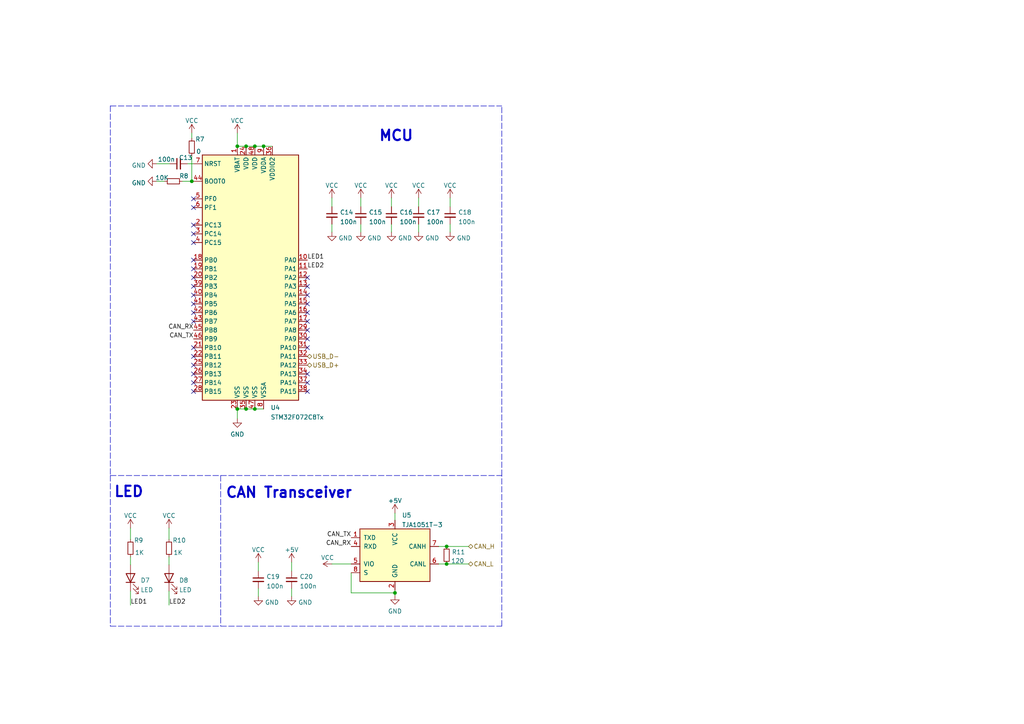
<source format=kicad_sch>
(kicad_sch (version 20211123) (generator eeschema)
  (paper "A4")
  (lib_symbols
    (symbol "Device:C_Small" (pin_numbers hide) (pin_names (offset 0.254) hide)
      (property "Reference" "C" (at 0.254 1.778 0))
      (property "Value" "C_Small" (at 0.254 -2.032 0))
      (symbol "C_Small_0_1"
        (polyline (pts (xy -1.524 -0.508) (xy 1.524 -0.508)) (stroke (width 0.3302)))
        (polyline (pts (xy -1.524 0.508) (xy 1.524 0.508)) (stroke (width 0.3048)))
      )
      (symbol "C_Small_1_1"
        (pin passive line (at 0 2.54 270) (length 2.032) (name "~") (number "1"))
        (pin passive line (at 0 -2.54 90) (length 2.032) (name "~") (number "2"))
      )
    )
    (symbol "Device:LED" (pin_numbers hide) (pin_names (offset 1.016) hide)
      (property "Reference" "D" (at 0 2.54 0))
      (property "Value" "LED" (at 0 -2.54 0))
      (symbol "LED_0_1"
        (polyline (pts (xy -1.27 -1.27) (xy -1.27 1.27)) (stroke (width 0.254)))
        (polyline (pts (xy -1.27 0) (xy 1.27 0)))
        (polyline (pts (xy 1.27 -1.27) (xy 1.27 1.27) (xy -1.27 0) (xy 1.27 -1.27)) (stroke (width 0.254)))
        (polyline (pts (xy -3.048 -0.762) (xy -4.572 -2.286) (xy -3.81 -2.286) (xy -4.572 -2.286) (xy -4.572 -1.524)))
        (polyline (pts (xy -1.778 -0.762) (xy -3.302 -2.286) (xy -2.54 -2.286) (xy -3.302 -2.286) (xy -3.302 -1.524)))
      )
      (symbol "LED_1_1"
        (pin passive line (at -3.81 0 0) (length 2.54) (name "K") (number "1"))
        (pin passive line (at 3.81 0 180) (length 2.54) (name "A") (number "2"))
      )
    )
    (symbol "Device:R_Small" (pin_numbers hide) (pin_names (offset 0.254) hide)
      (property "Reference" "R" (at 0.762 0.508 0))
      (property "Value" "R_Small" (at 0.762 -1.016 0))
      (symbol "R_Small_0_1"
        (rectangle (start -0.762 1.778) (end 0.762 -1.778) (stroke (width 0.2032)))
      )
      (symbol "R_Small_1_1"
        (pin passive line (at 0 2.54 270) (length 0.762) (name "~") (number "1"))
        (pin passive line (at 0 -2.54 90) (length 0.762) (name "~") (number "2"))
      )
    )
    (symbol "Interface_CAN_LIN:TJA1051T-3" (pin_names (offset 1.016))
      (property "Reference" "U" (at -10.16 8.89 0))
      (property "Value" "TJA1051T-3" (at 1.27 8.89 0))
      (symbol "TJA1051T-3_0_1"
        (rectangle (start -10.16 7.62) (end 10.16 -7.62) (stroke (width 0.254)) (fill (type background)))
      )
      (symbol "TJA1051T-3_1_1"
        (pin input line (at -12.7 5.08 0) (length 2.54) (name "TXD") (number "1"))
        (pin power_in line (at 0 -10.16 90) (length 2.54) (name "GND") (number "2"))
        (pin power_in line (at 0 10.16 270) (length 2.54) (name "VCC") (number "3"))
        (pin output line (at -12.7 2.54 0) (length 2.54) (name "RXD") (number "4"))
        (pin power_in line (at -12.7 -2.54 0) (length 2.54) (name "VIO") (number "5"))
        (pin bidirectional line (at 12.7 -2.54 180) (length 2.54) (name "CANL") (number "6"))
        (pin bidirectional line (at 12.7 2.54 180) (length 2.54) (name "CANH") (number "7"))
        (pin input line (at -12.7 -5.08 0) (length 2.54) (name "S") (number "8"))
      )
    )
    (symbol "MCU_ST_STM32F0:STM32F072C8Tx"
      (property "Reference" "U" (at -15.24 36.83 0))
      (property "Value" "STM32F072C8Tx" (at 7.62 36.83 0))
      (symbol "STM32F072C8Tx_0_1"
        (rectangle (start -15.24 -35.56) (end 12.7 35.56) (stroke (width 0.254)) (fill (type background)))
      )
      (symbol "STM32F072C8Tx_1_1"
        (pin power_in line (at -5.08 38.1 270) (length 2.54) (name "VBAT") (number "1"))
        (pin bidirectional line (at 15.24 5.08 180) (length 2.54) (name "PA0") (number "10"))
        (pin bidirectional line (at 15.24 2.54 180) (length 2.54) (name "PA1") (number "11"))
        (pin bidirectional line (at 15.24 0 180) (length 2.54) (name "PA2") (number "12"))
        (pin bidirectional line (at 15.24 -2.54 180) (length 2.54) (name "PA3") (number "13"))
        (pin bidirectional line (at 15.24 -5.08 180) (length 2.54) (name "PA4") (number "14"))
        (pin bidirectional line (at 15.24 -7.62 180) (length 2.54) (name "PA5") (number "15"))
        (pin bidirectional line (at 15.24 -10.16 180) (length 2.54) (name "PA6") (number "16"))
        (pin bidirectional line (at 15.24 -12.7 180) (length 2.54) (name "PA7") (number "17"))
        (pin bidirectional line (at -17.78 5.08 0) (length 2.54) (name "PB0") (number "18"))
        (pin bidirectional line (at -17.78 2.54 0) (length 2.54) (name "PB1") (number "19"))
        (pin bidirectional line (at -17.78 15.24 0) (length 2.54) (name "PC13") (number "2"))
        (pin bidirectional line (at -17.78 0 0) (length 2.54) (name "PB2") (number "20"))
        (pin bidirectional line (at -17.78 -20.32 0) (length 2.54) (name "PB10") (number "21"))
        (pin bidirectional line (at -17.78 -22.86 0) (length 2.54) (name "PB11") (number "22"))
        (pin power_in line (at -5.08 -38.1 90) (length 2.54) (name "VSS") (number "23"))
        (pin power_in line (at -2.54 38.1 270) (length 2.54) (name "VDD") (number "24"))
        (pin bidirectional line (at -17.78 -25.4 0) (length 2.54) (name "PB12") (number "25"))
        (pin bidirectional line (at -17.78 -27.94 0) (length 2.54) (name "PB13") (number "26"))
        (pin bidirectional line (at -17.78 -30.48 0) (length 2.54) (name "PB14") (number "27"))
        (pin bidirectional line (at -17.78 -33.02 0) (length 2.54) (name "PB15") (number "28"))
        (pin bidirectional line (at 15.24 -15.24 180) (length 2.54) (name "PA8") (number "29"))
        (pin bidirectional line (at -17.78 12.7 0) (length 2.54) (name "PC14") (number "3"))
        (pin bidirectional line (at 15.24 -17.78 180) (length 2.54) (name "PA9") (number "30"))
        (pin bidirectional line (at 15.24 -20.32 180) (length 2.54) (name "PA10") (number "31"))
        (pin bidirectional line (at 15.24 -22.86 180) (length 2.54) (name "PA11") (number "32"))
        (pin bidirectional line (at 15.24 -25.4 180) (length 2.54) (name "PA12") (number "33"))
        (pin bidirectional line (at 15.24 -27.94 180) (length 2.54) (name "PA13") (number "34"))
        (pin power_in line (at -2.54 -38.1 90) (length 2.54) (name "VSS") (number "35"))
        (pin power_in line (at 5.08 38.1 270) (length 2.54) (name "VDDIO2") (number "36"))
        (pin bidirectional line (at 15.24 -30.48 180) (length 2.54) (name "PA14") (number "37"))
        (pin bidirectional line (at 15.24 -33.02 180) (length 2.54) (name "PA15") (number "38"))
        (pin bidirectional line (at -17.78 -2.54 0) (length 2.54) (name "PB3") (number "39"))
        (pin bidirectional line (at -17.78 10.16 0) (length 2.54) (name "PC15") (number "4"))
        (pin bidirectional line (at -17.78 -5.08 0) (length 2.54) (name "PB4") (number "40"))
        (pin bidirectional line (at -17.78 -7.62 0) (length 2.54) (name "PB5") (number "41"))
        (pin bidirectional line (at -17.78 -10.16 0) (length 2.54) (name "PB6") (number "42"))
        (pin bidirectional line (at -17.78 -12.7 0) (length 2.54) (name "PB7") (number "43"))
        (pin input line (at -17.78 27.94 0) (length 2.54) (name "BOOT0") (number "44"))
        (pin bidirectional line (at -17.78 -15.24 0) (length 2.54) (name "PB8") (number "45"))
        (pin bidirectional line (at -17.78 -17.78 0) (length 2.54) (name "PB9") (number "46"))
        (pin power_in line (at 0 -38.1 90) (length 2.54) (name "VSS") (number "47"))
        (pin power_in line (at 0 38.1 270) (length 2.54) (name "VDD") (number "48"))
        (pin input line (at -17.78 22.86 0) (length 2.54) (name "PF0") (number "5"))
        (pin input line (at -17.78 20.32 0) (length 2.54) (name "PF1") (number "6"))
        (pin input line (at -17.78 33.02 0) (length 2.54) (name "NRST") (number "7"))
        (pin power_in line (at 2.54 -38.1 90) (length 2.54) (name "VSSA") (number "8"))
        (pin power_in line (at 2.54 38.1 270) (length 2.54) (name "VDDA") (number "9"))
      )
    )
    (symbol "power:+5V" (power) (pin_names (offset 0))
      (property "Value" "+5V" (at 0 3.556 0))
      (symbol "+5V_0_1"
        (polyline (pts (xy -0.762 1.27) (xy 0 2.54)))
        (polyline (pts (xy 0 0) (xy 0 2.54)))
        (polyline (pts (xy 0 2.54) (xy 0.762 1.27)))
      )
      (symbol "+5V_1_1"
        (pin power_in line (at 0 0 90) (length 0) hide (name "+5V") (number "1"))
      )
    )
    (symbol "power:GND" (power) (pin_names (offset 0))
      (property "Value" "GND" (at 0 -3.81 0))
      (symbol "GND_0_1"
        (polyline (pts (xy 0 0) (xy 0 -1.27) (xy 1.27 -1.27) (xy 0 -2.54) (xy -1.27 -1.27) (xy 0 -1.27)))
      )
      (symbol "GND_1_1"
        (pin power_in line (at 0 0 270) (length 0) hide (name "GND") (number "1"))
      )
    )
    (symbol "power:VCC" (power) (pin_names (offset 0))
      (property "Value" "VCC" (at 0 3.81 0))
      (symbol "VCC_0_1"
        (polyline (pts (xy -0.762 1.27) (xy 0 2.54)))
        (polyline (pts (xy 0 0) (xy 0 2.54)))
        (polyline (pts (xy 0 2.54) (xy 0.762 1.27)))
      )
      (symbol "VCC_1_1"
        (pin power_in line (at 0 0 90) (length 0) hide (name "VCC") (number "1"))
      )
    )
  )
  (junction (at 114.554 171.958))
  (junction (at 71.374 42.418))
  (junction (at 129.54 163.576))
  (junction (at 73.914 42.418))
  (junction (at 76.454 42.418))
  (junction (at 73.914 118.618))
  (junction (at 71.374 118.618))
  (junction (at 129.54 158.496))
  (junction (at 68.834 118.618))
  (junction (at 55.626 52.578))
  (junction (at 68.834 42.418))
  (no_connect (at 56.134 70.358))
  (no_connect (at 56.134 88.138))
  (no_connect (at 56.134 77.978))
  (no_connect (at 89.154 85.598))
  (no_connect (at 89.154 95.758))
  (no_connect (at 89.154 90.678))
  (no_connect (at 56.134 90.678))
  (no_connect (at 56.134 93.218))
  (no_connect (at 56.134 85.598))
  (no_connect (at 89.154 108.458))
  (no_connect (at 89.154 110.998))
  (no_connect (at 56.134 67.818))
  (no_connect (at 56.134 103.378))
  (no_connect (at 56.134 75.438))
  (no_connect (at 56.134 113.538))
  (no_connect (at 56.134 80.518))
  (no_connect (at 56.134 105.918))
  (no_connect (at 89.154 100.838))
  (no_connect (at 89.154 88.138))
  (no_connect (at 56.134 60.198))
  (no_connect (at 89.154 113.538))
  (no_connect (at 56.134 108.458))
  (no_connect (at 89.154 83.058))
  (no_connect (at 89.154 80.518))
  (no_connect (at 89.154 93.218))
  (no_connect (at 56.134 100.838))
  (no_connect (at 56.134 83.058))
  (no_connect (at 56.134 57.658))
  (no_connect (at 56.134 65.278))
  (no_connect (at 56.134 110.998))
  (no_connect (at 89.154 98.298))
  (wire (pts (xy 52.832 52.578) (xy 55.626 52.578)))
  (wire (pts (xy 49.022 171.45) (xy 49.022 175.514)))
  (wire (pts (xy 73.914 42.418) (xy 76.454 42.418)))
  (wire (pts (xy 55.626 52.578) (xy 56.134 52.578)))
  (wire (pts (xy 54.356 47.498) (xy 56.134 47.498)))
  (wire (pts (xy 127.254 158.496) (xy 129.54 158.496)))
  (wire (pts (xy 68.834 42.418) (xy 71.374 42.418)))
  (polyline (pts (xy 64.008 137.922) (xy 64.008 181.61)))
  (wire (pts (xy 73.914 118.618) (xy 76.454 118.618)))
  (wire (pts (xy 114.554 171.196) (xy 114.554 171.958)))
  (wire (pts (xy 104.648 65.024) (xy 104.648 67.31)))
  (wire (pts (xy 55.626 38.608) (xy 55.626 40.132)))
  (polyline (pts (xy 32.004 30.734) (xy 32.004 137.922)))
  (wire (pts (xy 96.266 57.404) (xy 96.266 59.944)))
  (polyline (pts (xy 32.004 30.734) (xy 145.542 30.734)))
  (wire (pts (xy 68.834 118.618) (xy 71.374 118.618)))
  (polyline (pts (xy 32.004 137.922) (xy 145.542 137.922)))
  (wire (pts (xy 121.412 65.024) (xy 121.412 67.31)))
  (wire (pts (xy 130.556 65.024) (xy 130.556 67.31)))
  (wire (pts (xy 49.022 153.162) (xy 49.022 156.464)))
  (wire (pts (xy 129.54 158.496) (xy 135.89 158.496)))
  (wire (pts (xy 71.374 42.418) (xy 73.914 42.418)))
  (wire (pts (xy 84.582 170.688) (xy 84.582 172.974)))
  (wire (pts (xy 121.412 57.404) (xy 121.412 59.944)))
  (wire (pts (xy 104.648 57.404) (xy 104.648 59.944)))
  (wire (pts (xy 37.846 161.544) (xy 37.846 163.83)))
  (wire (pts (xy 37.846 171.45) (xy 37.846 175.514)))
  (wire (pts (xy 101.854 171.958) (xy 114.554 171.958)))
  (wire (pts (xy 76.454 42.418) (xy 78.994 42.418)))
  (polyline (pts (xy 32.004 137.922) (xy 32.004 181.61)))
  (wire (pts (xy 101.854 166.116) (xy 101.854 171.958)))
  (polyline (pts (xy 145.542 137.922) (xy 145.542 30.734)))
  (wire (pts (xy 45.466 47.498) (xy 49.276 47.498)))
  (wire (pts (xy 68.834 118.618) (xy 68.834 121.412)))
  (wire (pts (xy 113.538 57.404) (xy 113.538 59.944)))
  (wire (pts (xy 129.54 163.576) (xy 135.89 163.576)))
  (wire (pts (xy 55.626 45.212) (xy 55.626 52.578)))
  (polyline (pts (xy 32.004 181.61) (xy 145.542 181.61)))
  (wire (pts (xy 84.582 163.068) (xy 84.582 165.608)))
  (wire (pts (xy 74.93 170.688) (xy 74.93 172.974)))
  (wire (pts (xy 113.538 65.024) (xy 113.538 67.31)))
  (wire (pts (xy 114.554 171.958) (xy 114.554 172.72)))
  (wire (pts (xy 130.556 57.404) (xy 130.556 59.944)))
  (wire (pts (xy 71.374 118.618) (xy 73.914 118.618)))
  (wire (pts (xy 68.834 38.608) (xy 68.834 42.418)))
  (wire (pts (xy 127.254 163.576) (xy 129.54 163.576)))
  (wire (pts (xy 49.022 161.544) (xy 49.022 163.83)))
  (wire (pts (xy 74.93 163.068) (xy 74.93 165.608)))
  (wire (pts (xy 114.554 148.844) (xy 114.554 150.876)))
  (polyline (pts (xy 145.542 181.61) (xy 145.542 137.922)))
  (wire (pts (xy 96.266 65.024) (xy 96.266 67.31)))
  (wire (pts (xy 96.266 163.576) (xy 101.854 163.576)))
  (wire (pts (xy 45.466 52.578) (xy 47.752 52.578)))
  (wire (pts (xy 37.846 153.162) (xy 37.846 156.464)))
  (text "CAN Transceiver" (at 65.278 144.78 0) (effects (font (size 3 3) (thickness 0.6) bold) (justify left bottom)))
  (text "LED" (at 32.893 144.526 0) (effects (font (size 3 3) (thickness 0.6) bold) (justify left bottom)))
  (text "MCU" (at 109.728 41.275 0) (effects (font (size 3 3) (thickness 0.6) bold) (justify left bottom)))
  (label "CAN_TX" (at 56.134 98.298 180))
  (label "LED2" (at 89.154 77.978 0))
  (label "LED2" (at 49.022 175.514 0))
  (label "LED1" (at 37.846 175.514 0))
  (label "CAN_TX" (at 101.854 155.956 180))
  (label "LED1" (at 89.154 75.438 0))
  (label "CAN_RX" (at 101.854 158.496 180))
  (label "CAN_RX" (at 56.134 95.758 180))
  (hierarchical_label "CAN_L" (shape bidirectional) (at 135.89 163.576 0))
  (hierarchical_label "CAN_H" (shape bidirectional) (at 135.89 158.496 0))
  (hierarchical_label "USB_D+" (shape bidirectional) (at 89.154 105.918 0))
  (hierarchical_label "USB_D-" (shape bidirectional) (at 89.154 103.378 0))
  (symbol (lib_id "Device:LED") (at 49.022 167.64 90) (unit 1)
    (property "Reference" "D8" (at 51.943 168.319 90) (effects (justify right)))
    (property "Value" "LED" (at 51.943 171.0941 90) (effects (justify right)))
    (property "Footprint" "LED_SMD:LED_0603_1608Metric" (effects hide))
  )
  (symbol (lib_id "power:VCC") (at 49.022 153.162 0) (unit 1)
    (property "Reference" "#PWR056" (effects hide))
    (property "Value" "VCC" (at 49.022 149.5575 0))
  )
  (symbol (lib_id "power:VCC") (at 96.266 163.576 90) (mirror x) (unit 1)
    (property "Reference" "#PWR059" (effects hide))
    (property "Value" "VCC" (at 94.996 161.7495 90))
  )
  (symbol (lib_id "power:VCC") (at 55.626 38.608 0) (unit 1)
    (property "Reference" "#PWR039" (effects hide))
    (property "Value" "VCC" (at 55.626 35.0035 0))
  )
  (symbol (lib_id "power:GND") (at 45.466 47.498 270) (unit 1)
    (property "Reference" "#PWR041" (effects hide))
    (property "Value" "GND" (at 42.2911 47.977 90) (effects (justify right)))
  )
  (symbol (lib_id "Device:R_Small") (at 50.292 52.578 90) (unit 1)
    (property "Reference" "R8" (at 53.34 51.054 90))
    (property "Value" "10K" (at 46.99 51.562 90))
    (property "Footprint" "Resistor_SMD:R_0603_1608Metric" (effects hide))
  )
  (symbol (lib_id "power:VCC") (at 104.648 57.404 0) (unit 1)
    (property "Reference" "#PWR044" (effects hide))
    (property "Value" "VCC" (at 104.648 53.7995 0))
  )
  (symbol (lib_id "Device:R_Small") (at 49.022 159.004 180) (unit 1)
    (property "Reference" "R10" (at 50.038 156.718 0) (effects (justify right)))
    (property "Value" "1K" (at 50.292 160.274 0) (effects (justify right)))
    (property "Footprint" "Resistor_SMD:R_0603_1608Metric" (effects hide))
  )
  (symbol (lib_id "power:VCC") (at 121.412 57.404 0) (unit 1)
    (property "Reference" "#PWR046" (effects hide))
    (property "Value" "VCC" (at 121.412 53.7995 0))
  )
  (symbol (lib_id "power:GND") (at 96.266 67.31 0) (unit 1)
    (property "Reference" "#PWR048" (effects hide))
    (property "Value" "GND" (at 98.171 69.059 0) (effects (justify left)))
  )
  (symbol (lib_id "power:VCC") (at 68.834 38.608 0) (unit 1)
    (property "Reference" "#PWR040" (effects hide))
    (property "Value" "VCC" (at 68.834 35.0035 0))
  )
  (symbol (lib_id "Interface_CAN_LIN:TJA1051T-3") (at 114.554 161.036 0) (unit 1)
    (property "Reference" "U5" (at 116.5734 149.4495 0) (effects (justify left)))
    (property "Value" "TJA1051T-3" (at 116.5734 152.2246 0) (effects (justify left)))
    (property "Footprint" "Package_SO:SOIC-8_3.9x4.9mm_P1.27mm" (effects hide))
    (property "Datasheet" "http://www.nxp.com/documents/data_sheet/TJA1051.pdf" (effects hide))
  )
  (symbol (lib_id "power:+5V") (at 114.554 148.844 0) (unit 1)
    (property "Reference" "#PWR054" (effects hide))
    (property "Value" "+5V" (at 114.554 145.2395 0))
  )
  (symbol (lib_id "power:+5V") (at 84.582 163.068 0) (unit 1)
    (property "Reference" "#PWR058" (effects hide))
    (property "Value" "+5V" (at 84.582 159.4635 0))
  )
  (symbol (lib_id "power:VCC") (at 130.556 57.404 0) (unit 1)
    (property "Reference" "#PWR047" (effects hide))
    (property "Value" "VCC" (at 130.556 53.7995 0))
  )
  (symbol (lib_id "power:GND") (at 45.466 52.578 270) (unit 1)
    (property "Reference" "#PWR042" (effects hide))
    (property "Value" "GND" (at 42.2911 53.057 90) (effects (justify right)))
  )
  (symbol (lib_id "power:VCC") (at 74.93 163.068 0) (unit 1)
    (property "Reference" "#PWR057" (effects hide))
    (property "Value" "VCC" (at 74.93 159.4635 0))
  )
  (symbol (lib_id "power:VCC") (at 37.846 153.162 0) (unit 1)
    (property "Reference" "#PWR055" (effects hide))
    (property "Value" "VCC" (at 37.846 149.5575 0))
  )
  (symbol (lib_id "Device:C_Small") (at 113.538 62.484 0) (unit 1)
    (property "Reference" "C16" (at 115.8621 61.5818 0) (effects (justify left)))
    (property "Value" "100n" (at 115.8621 64.3569 0) (effects (justify left)))
    (property "Footprint" "Capacitor_SMD:C_0603_1608Metric" (effects hide))
  )
  (symbol (lib_id "power:VCC") (at 113.538 57.404 0) (unit 1)
    (property "Reference" "#PWR045" (effects hide))
    (property "Value" "VCC" (at 113.538 53.7995 0))
  )
  (symbol (lib_id "MCU_ST_STM32F0:STM32F072C8Tx") (at 73.914 80.518 0) (unit 1)
    (property "Reference" "U4" (at 78.4734 118.2275 0) (effects (justify left)))
    (property "Value" "STM32F072C8Tx" (at 78.4734 121.0026 0) (effects (justify left)))
    (property "Footprint" "Package_QFP:LQFP-48_7x7mm_P0.5mm" (effects hide))
    (property "Datasheet" "http://www.st.com/st-web-ui/static/active/en/resource/technical/document/datasheet/DM00090510.pdf" (effects hide))
  )
  (symbol (lib_id "power:GND") (at 84.582 172.974 0) (unit 1)
    (property "Reference" "#PWR062" (effects hide))
    (property "Value" "GND" (at 86.487 174.723 0) (effects (justify left)))
  )
  (symbol (lib_id "Device:C_Small") (at 96.266 62.484 0) (unit 1)
    (property "Reference" "C14" (at 98.5901 61.5818 0) (effects (justify left)))
    (property "Value" "100n" (at 98.5901 64.3569 0) (effects (justify left)))
    (property "Footprint" "Capacitor_SMD:C_0603_1608Metric" (effects hide))
  )
  (symbol (lib_id "power:GND") (at 121.412 67.31 0) (unit 1)
    (property "Reference" "#PWR051" (effects hide))
    (property "Value" "GND" (at 123.317 69.059 0) (effects (justify left)))
  )
  (symbol (lib_id "Device:C_Small") (at 104.648 62.484 0) (unit 1)
    (property "Reference" "C15" (at 106.9721 61.5818 0) (effects (justify left)))
    (property "Value" "100n" (at 106.9721 64.3569 0) (effects (justify left)))
    (property "Footprint" "Capacitor_SMD:C_0603_1608Metric" (effects hide))
  )
  (symbol (lib_id "Device:C_Small") (at 84.582 168.148 0) (unit 1)
    (property "Reference" "C20" (at 86.9061 167.2458 0) (effects (justify left)))
    (property "Value" "100n" (at 86.9061 170.0209 0) (effects (justify left)))
    (property "Footprint" "Capacitor_SMD:C_0603_1608Metric" (effects hide))
  )
  (symbol (lib_id "power:GND") (at 74.93 172.974 0) (unit 1)
    (property "Reference" "#PWR061" (effects hide))
    (property "Value" "GND" (at 76.835 174.723 0) (effects (justify left)))
  )
  (symbol (lib_id "power:GND") (at 130.556 67.31 0) (unit 1)
    (property "Reference" "#PWR052" (effects hide))
    (property "Value" "GND" (at 132.461 69.059 0) (effects (justify left)))
  )
  (symbol (lib_id "power:GND") (at 113.538 67.31 0) (unit 1)
    (property "Reference" "#PWR050" (effects hide))
    (property "Value" "GND" (at 115.443 69.059 0) (effects (justify left)))
  )
  (symbol (lib_id "power:VCC") (at 96.266 57.404 0) (unit 1)
    (property "Reference" "#PWR043" (effects hide))
    (property "Value" "VCC" (at 96.266 53.7995 0))
  )
  (symbol (lib_id "Device:LED") (at 37.846 167.64 90) (unit 1)
    (property "Reference" "D7" (at 40.767 168.319 90) (effects (justify right)))
    (property "Value" "LED" (at 40.767 171.0941 90) (effects (justify right)))
    (property "Footprint" "LED_SMD:LED_0603_1608Metric" (effects hide))
  )
  (symbol (lib_id "Device:C_Small") (at 130.556 62.484 0) (unit 1)
    (property "Reference" "C18" (at 132.8801 61.5818 0) (effects (justify left)))
    (property "Value" "100n" (at 132.8801 64.3569 0) (effects (justify left)))
    (property "Footprint" "Capacitor_SMD:C_0603_1608Metric" (effects hide))
  )
  (symbol (lib_id "Device:R_Small") (at 37.846 159.004 180) (unit 1)
    (property "Reference" "R9" (at 38.862 156.718 0) (effects (justify right)))
    (property "Value" "1K" (at 39.116 160.274 0) (effects (justify right)))
    (property "Footprint" "Resistor_SMD:R_0603_1608Metric" (effects hide))
  )
  (symbol (lib_id "power:GND") (at 104.648 67.31 0) (unit 1)
    (property "Reference" "#PWR049" (effects hide))
    (property "Value" "GND" (at 106.553 69.059 0) (effects (justify left)))
  )
  (symbol (lib_id "power:GND") (at 68.834 121.412 0) (unit 1)
    (property "Reference" "#PWR053" (effects hide))
    (property "Value" "GND" (at 68.834 125.9745 0))
  )
  (symbol (lib_id "Device:R_Small") (at 55.626 42.672 180) (unit 1)
    (property "Reference" "R7" (at 56.642 40.386 0) (effects (justify right)))
    (property "Value" "0" (at 56.896 43.942 0) (effects (justify right)))
    (property "Footprint" "Resistor_SMD:R_0603_1608Metric" (effects hide))
  )
  (symbol (lib_id "Device:C_Small") (at 74.93 168.148 0) (unit 1)
    (property "Reference" "C19" (at 77.2541 167.2458 0) (effects (justify left)))
    (property "Value" "100n" (at 77.2541 170.0209 0) (effects (justify left)))
    (property "Footprint" "Capacitor_SMD:C_0603_1608Metric" (effects hide))
  )
  (symbol (lib_id "Device:C_Small") (at 51.816 47.498 90) (unit 1)
    (property "Reference" "C13" (at 53.848 45.72 90))
    (property "Value" "100n" (at 48.26 46.228 90))
    (property "Footprint" "Capacitor_SMD:C_0603_1608Metric" (effects hide))
  )
  (symbol (lib_id "power:GND") (at 114.554 172.72 0) (unit 1)
    (property "Reference" "#PWR060" (effects hide))
    (property "Value" "GND" (at 114.554 177.2825 0))
  )
  (symbol (lib_id "Device:R_Small") (at 129.54 161.036 0) (unit 1)
    (property "Reference" "R11" (at 131.0386 160.1275 0) (effects (justify left)))
    (property "Value" "120" (at 130.81 162.687 0) (effects (justify left)))
    (property "Footprint" "Resistor_SMD:R_0603_1608Metric" (effects hide))
  )
  (symbol (lib_id "Device:C_Small") (at 121.412 62.484 0) (unit 1)
    (property "Reference" "C17" (at 123.7361 61.5818 0) (effects (justify left)))
    (property "Value" "100n" (at 123.7361 64.3569 0) (effects (justify left)))
    (property "Footprint" "Capacitor_SMD:C_0603_1608Metric" (effects hide))
  )
)
</source>
